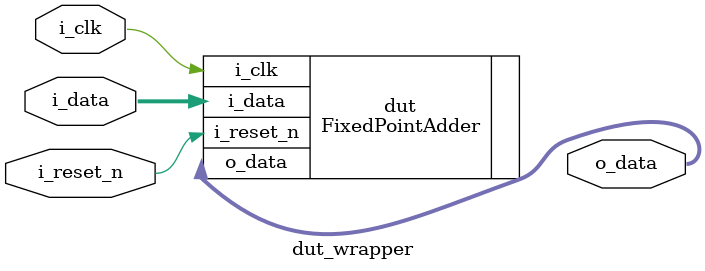
<source format=sv>
`timescale 1ps/1ps

module dut_wrapper(
    input wire i_clk,
    input wire i_reset_n,
    input wire [7:0] i_data,
    output wire [7:0] o_data
);

FixedPointAdder dut (
    .i_clk(i_clk),
    .i_reset_n(i_reset_n),
    .i_data(i_data),
    .o_data(o_data)
);

endmodule
</source>
